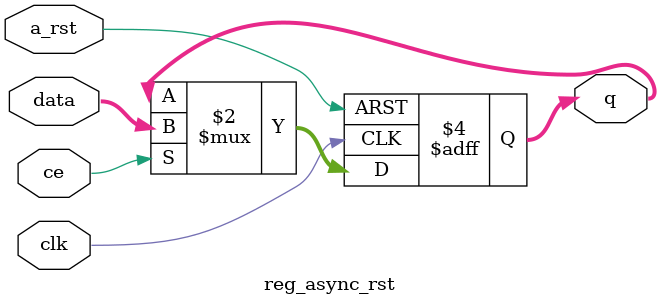
<source format=v>
module reg_async_rst(data,clk,ce,a_rst,q);
parameter N = 18;
input [N-1:0] data;
input clk,ce,a_rst;
output reg [N-1:0] q;

always @(posedge clk or posedge a_rst) begin
	if (a_rst) begin
		q <= 0;
	end
	else if (ce) begin
		q <= data;
	end
end
endmodule
</source>
